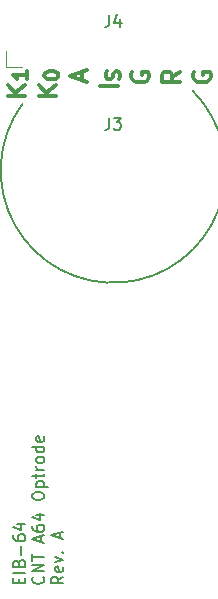
<source format=gbr>
%TF.GenerationSoftware,KiCad,Pcbnew,9.0.3*%
%TF.CreationDate,2025-09-30T16:22:14-04:00*%
%TF.ProjectId,eib-64-cnt-a64,6569622d-3634-42d6-936e-742d6136342e,A*%
%TF.SameCoordinates,Original*%
%TF.FileFunction,Legend,Top*%
%TF.FilePolarity,Positive*%
%FSLAX46Y46*%
G04 Gerber Fmt 4.6, Leading zero omitted, Abs format (unit mm)*
G04 Created by KiCad (PCBNEW 9.0.3) date 2025-09-30 16:22:14*
%MOMM*%
%LPD*%
G01*
G04 APERTURE LIST*
%ADD10C,0.150000*%
%ADD11C,0.300000*%
%ADD12C,0.120000*%
G04 APERTURE END LIST*
D10*
X143732385Y-81267616D02*
G75*
G02*
X129300000Y-82400000I-6732385J-6732384D01*
G01*
D11*
X143849757Y-79707142D02*
X143778328Y-79850000D01*
X143778328Y-79850000D02*
X143778328Y-80064285D01*
X143778328Y-80064285D02*
X143849757Y-80278571D01*
X143849757Y-80278571D02*
X143992614Y-80421428D01*
X143992614Y-80421428D02*
X144135471Y-80492857D01*
X144135471Y-80492857D02*
X144421185Y-80564285D01*
X144421185Y-80564285D02*
X144635471Y-80564285D01*
X144635471Y-80564285D02*
X144921185Y-80492857D01*
X144921185Y-80492857D02*
X145064042Y-80421428D01*
X145064042Y-80421428D02*
X145206900Y-80278571D01*
X145206900Y-80278571D02*
X145278328Y-80064285D01*
X145278328Y-80064285D02*
X145278328Y-79921428D01*
X145278328Y-79921428D02*
X145206900Y-79707142D01*
X145206900Y-79707142D02*
X145135471Y-79635714D01*
X145135471Y-79635714D02*
X144635471Y-79635714D01*
X144635471Y-79635714D02*
X144635471Y-79921428D01*
X138616424Y-79707142D02*
X138544995Y-79850000D01*
X138544995Y-79850000D02*
X138544995Y-80064285D01*
X138544995Y-80064285D02*
X138616424Y-80278571D01*
X138616424Y-80278571D02*
X138759281Y-80421428D01*
X138759281Y-80421428D02*
X138902138Y-80492857D01*
X138902138Y-80492857D02*
X139187852Y-80564285D01*
X139187852Y-80564285D02*
X139402138Y-80564285D01*
X139402138Y-80564285D02*
X139687852Y-80492857D01*
X139687852Y-80492857D02*
X139830709Y-80421428D01*
X139830709Y-80421428D02*
X139973567Y-80278571D01*
X139973567Y-80278571D02*
X140044995Y-80064285D01*
X140044995Y-80064285D02*
X140044995Y-79921428D01*
X140044995Y-79921428D02*
X139973567Y-79707142D01*
X139973567Y-79707142D02*
X139902138Y-79635714D01*
X139902138Y-79635714D02*
X139402138Y-79635714D01*
X139402138Y-79635714D02*
X139402138Y-79921428D01*
X137428328Y-80880000D02*
X135928328Y-80880000D01*
X137536900Y-80294285D02*
X137594042Y-80122857D01*
X137594042Y-80122857D02*
X137594042Y-79837142D01*
X137594042Y-79837142D02*
X137536900Y-79722857D01*
X137536900Y-79722857D02*
X137479757Y-79665714D01*
X137479757Y-79665714D02*
X137365471Y-79608571D01*
X137365471Y-79608571D02*
X137251185Y-79608571D01*
X137251185Y-79608571D02*
X137136900Y-79665714D01*
X137136900Y-79665714D02*
X137079757Y-79722857D01*
X137079757Y-79722857D02*
X137022614Y-79837142D01*
X137022614Y-79837142D02*
X136965471Y-80065714D01*
X136965471Y-80065714D02*
X136908328Y-80179999D01*
X136908328Y-80179999D02*
X136851185Y-80237142D01*
X136851185Y-80237142D02*
X136736900Y-80294285D01*
X136736900Y-80294285D02*
X136622614Y-80294285D01*
X136622614Y-80294285D02*
X136508328Y-80237142D01*
X136508328Y-80237142D02*
X136451185Y-80179999D01*
X136451185Y-80179999D02*
X136394042Y-80065714D01*
X136394042Y-80065714D02*
X136394042Y-79779999D01*
X136394042Y-79779999D02*
X136451185Y-79608571D01*
X142661661Y-79635714D02*
X141947375Y-80135714D01*
X142661661Y-80492857D02*
X141161661Y-80492857D01*
X141161661Y-80492857D02*
X141161661Y-79921428D01*
X141161661Y-79921428D02*
X141233090Y-79778571D01*
X141233090Y-79778571D02*
X141304518Y-79707142D01*
X141304518Y-79707142D02*
X141447375Y-79635714D01*
X141447375Y-79635714D02*
X141661661Y-79635714D01*
X141661661Y-79635714D02*
X141804518Y-79707142D01*
X141804518Y-79707142D02*
X141875947Y-79778571D01*
X141875947Y-79778571D02*
X141947375Y-79921428D01*
X141947375Y-79921428D02*
X141947375Y-80492857D01*
X132194995Y-81665714D02*
X130694995Y-81665714D01*
X132194995Y-80808571D02*
X131337852Y-81451428D01*
X130694995Y-80808571D02*
X131552138Y-81665714D01*
X131160709Y-80008571D02*
X131160709Y-79894285D01*
X131160709Y-79894285D02*
X131217852Y-79779999D01*
X131217852Y-79779999D02*
X131274995Y-79722857D01*
X131274995Y-79722857D02*
X131389281Y-79665714D01*
X131389281Y-79665714D02*
X131617852Y-79608571D01*
X131617852Y-79608571D02*
X131903567Y-79608571D01*
X131903567Y-79608571D02*
X132132138Y-79665714D01*
X132132138Y-79665714D02*
X132246424Y-79722857D01*
X132246424Y-79722857D02*
X132303567Y-79779999D01*
X132303567Y-79779999D02*
X132360709Y-79894285D01*
X132360709Y-79894285D02*
X132360709Y-80008571D01*
X132360709Y-80008571D02*
X132303567Y-80122857D01*
X132303567Y-80122857D02*
X132246424Y-80179999D01*
X132246424Y-80179999D02*
X132132138Y-80237142D01*
X132132138Y-80237142D02*
X131903567Y-80294285D01*
X131903567Y-80294285D02*
X131617852Y-80294285D01*
X131617852Y-80294285D02*
X131389281Y-80237142D01*
X131389281Y-80237142D02*
X131274995Y-80179999D01*
X131274995Y-80179999D02*
X131217852Y-80122857D01*
X131217852Y-80122857D02*
X131160709Y-80008571D01*
D10*
X129021065Y-122963220D02*
X129021065Y-122629887D01*
X129544875Y-122487030D02*
X129544875Y-122963220D01*
X129544875Y-122963220D02*
X128544875Y-122963220D01*
X128544875Y-122963220D02*
X128544875Y-122487030D01*
X129544875Y-122058458D02*
X128544875Y-122058458D01*
X129021065Y-121248935D02*
X129068684Y-121106078D01*
X129068684Y-121106078D02*
X129116303Y-121058459D01*
X129116303Y-121058459D02*
X129211541Y-121010840D01*
X129211541Y-121010840D02*
X129354398Y-121010840D01*
X129354398Y-121010840D02*
X129449636Y-121058459D01*
X129449636Y-121058459D02*
X129497256Y-121106078D01*
X129497256Y-121106078D02*
X129544875Y-121201316D01*
X129544875Y-121201316D02*
X129544875Y-121582268D01*
X129544875Y-121582268D02*
X128544875Y-121582268D01*
X128544875Y-121582268D02*
X128544875Y-121248935D01*
X128544875Y-121248935D02*
X128592494Y-121153697D01*
X128592494Y-121153697D02*
X128640113Y-121106078D01*
X128640113Y-121106078D02*
X128735351Y-121058459D01*
X128735351Y-121058459D02*
X128830589Y-121058459D01*
X128830589Y-121058459D02*
X128925827Y-121106078D01*
X128925827Y-121106078D02*
X128973446Y-121153697D01*
X128973446Y-121153697D02*
X129021065Y-121248935D01*
X129021065Y-121248935D02*
X129021065Y-121582268D01*
X129163922Y-120582268D02*
X129163922Y-119820364D01*
X128544875Y-118915602D02*
X128544875Y-119106078D01*
X128544875Y-119106078D02*
X128592494Y-119201316D01*
X128592494Y-119201316D02*
X128640113Y-119248935D01*
X128640113Y-119248935D02*
X128782970Y-119344173D01*
X128782970Y-119344173D02*
X128973446Y-119391792D01*
X128973446Y-119391792D02*
X129354398Y-119391792D01*
X129354398Y-119391792D02*
X129449636Y-119344173D01*
X129449636Y-119344173D02*
X129497256Y-119296554D01*
X129497256Y-119296554D02*
X129544875Y-119201316D01*
X129544875Y-119201316D02*
X129544875Y-119010840D01*
X129544875Y-119010840D02*
X129497256Y-118915602D01*
X129497256Y-118915602D02*
X129449636Y-118867983D01*
X129449636Y-118867983D02*
X129354398Y-118820364D01*
X129354398Y-118820364D02*
X129116303Y-118820364D01*
X129116303Y-118820364D02*
X129021065Y-118867983D01*
X129021065Y-118867983D02*
X128973446Y-118915602D01*
X128973446Y-118915602D02*
X128925827Y-119010840D01*
X128925827Y-119010840D02*
X128925827Y-119201316D01*
X128925827Y-119201316D02*
X128973446Y-119296554D01*
X128973446Y-119296554D02*
X129021065Y-119344173D01*
X129021065Y-119344173D02*
X129116303Y-119391792D01*
X128878208Y-117963221D02*
X129544875Y-117963221D01*
X128497256Y-118201316D02*
X129211541Y-118439411D01*
X129211541Y-118439411D02*
X129211541Y-117820364D01*
X131059580Y-122391792D02*
X131107200Y-122439411D01*
X131107200Y-122439411D02*
X131154819Y-122582268D01*
X131154819Y-122582268D02*
X131154819Y-122677506D01*
X131154819Y-122677506D02*
X131107200Y-122820363D01*
X131107200Y-122820363D02*
X131011961Y-122915601D01*
X131011961Y-122915601D02*
X130916723Y-122963220D01*
X130916723Y-122963220D02*
X130726247Y-123010839D01*
X130726247Y-123010839D02*
X130583390Y-123010839D01*
X130583390Y-123010839D02*
X130392914Y-122963220D01*
X130392914Y-122963220D02*
X130297676Y-122915601D01*
X130297676Y-122915601D02*
X130202438Y-122820363D01*
X130202438Y-122820363D02*
X130154819Y-122677506D01*
X130154819Y-122677506D02*
X130154819Y-122582268D01*
X130154819Y-122582268D02*
X130202438Y-122439411D01*
X130202438Y-122439411D02*
X130250057Y-122391792D01*
X131154819Y-121963220D02*
X130154819Y-121963220D01*
X130154819Y-121963220D02*
X131154819Y-121391792D01*
X131154819Y-121391792D02*
X130154819Y-121391792D01*
X130154819Y-121058458D02*
X130154819Y-120487030D01*
X131154819Y-120772744D02*
X130154819Y-120772744D01*
X130869104Y-119439410D02*
X130869104Y-118963220D01*
X131154819Y-119534648D02*
X130154819Y-119201315D01*
X130154819Y-119201315D02*
X131154819Y-118867982D01*
X130154819Y-118106077D02*
X130154819Y-118296553D01*
X130154819Y-118296553D02*
X130202438Y-118391791D01*
X130202438Y-118391791D02*
X130250057Y-118439410D01*
X130250057Y-118439410D02*
X130392914Y-118534648D01*
X130392914Y-118534648D02*
X130583390Y-118582267D01*
X130583390Y-118582267D02*
X130964342Y-118582267D01*
X130964342Y-118582267D02*
X131059580Y-118534648D01*
X131059580Y-118534648D02*
X131107200Y-118487029D01*
X131107200Y-118487029D02*
X131154819Y-118391791D01*
X131154819Y-118391791D02*
X131154819Y-118201315D01*
X131154819Y-118201315D02*
X131107200Y-118106077D01*
X131107200Y-118106077D02*
X131059580Y-118058458D01*
X131059580Y-118058458D02*
X130964342Y-118010839D01*
X130964342Y-118010839D02*
X130726247Y-118010839D01*
X130726247Y-118010839D02*
X130631009Y-118058458D01*
X130631009Y-118058458D02*
X130583390Y-118106077D01*
X130583390Y-118106077D02*
X130535771Y-118201315D01*
X130535771Y-118201315D02*
X130535771Y-118391791D01*
X130535771Y-118391791D02*
X130583390Y-118487029D01*
X130583390Y-118487029D02*
X130631009Y-118534648D01*
X130631009Y-118534648D02*
X130726247Y-118582267D01*
X130488152Y-117153696D02*
X131154819Y-117153696D01*
X130107200Y-117391791D02*
X130821485Y-117629886D01*
X130821485Y-117629886D02*
X130821485Y-117010839D01*
X130154819Y-115677505D02*
X130154819Y-115487029D01*
X130154819Y-115487029D02*
X130202438Y-115391791D01*
X130202438Y-115391791D02*
X130297676Y-115296553D01*
X130297676Y-115296553D02*
X130488152Y-115248934D01*
X130488152Y-115248934D02*
X130821485Y-115248934D01*
X130821485Y-115248934D02*
X131011961Y-115296553D01*
X131011961Y-115296553D02*
X131107200Y-115391791D01*
X131107200Y-115391791D02*
X131154819Y-115487029D01*
X131154819Y-115487029D02*
X131154819Y-115677505D01*
X131154819Y-115677505D02*
X131107200Y-115772743D01*
X131107200Y-115772743D02*
X131011961Y-115867981D01*
X131011961Y-115867981D02*
X130821485Y-115915600D01*
X130821485Y-115915600D02*
X130488152Y-115915600D01*
X130488152Y-115915600D02*
X130297676Y-115867981D01*
X130297676Y-115867981D02*
X130202438Y-115772743D01*
X130202438Y-115772743D02*
X130154819Y-115677505D01*
X130488152Y-114820362D02*
X131488152Y-114820362D01*
X130535771Y-114820362D02*
X130488152Y-114725124D01*
X130488152Y-114725124D02*
X130488152Y-114534648D01*
X130488152Y-114534648D02*
X130535771Y-114439410D01*
X130535771Y-114439410D02*
X130583390Y-114391791D01*
X130583390Y-114391791D02*
X130678628Y-114344172D01*
X130678628Y-114344172D02*
X130964342Y-114344172D01*
X130964342Y-114344172D02*
X131059580Y-114391791D01*
X131059580Y-114391791D02*
X131107200Y-114439410D01*
X131107200Y-114439410D02*
X131154819Y-114534648D01*
X131154819Y-114534648D02*
X131154819Y-114725124D01*
X131154819Y-114725124D02*
X131107200Y-114820362D01*
X130488152Y-114058457D02*
X130488152Y-113677505D01*
X130154819Y-113915600D02*
X131011961Y-113915600D01*
X131011961Y-113915600D02*
X131107200Y-113867981D01*
X131107200Y-113867981D02*
X131154819Y-113772743D01*
X131154819Y-113772743D02*
X131154819Y-113677505D01*
X131154819Y-113344171D02*
X130488152Y-113344171D01*
X130678628Y-113344171D02*
X130583390Y-113296552D01*
X130583390Y-113296552D02*
X130535771Y-113248933D01*
X130535771Y-113248933D02*
X130488152Y-113153695D01*
X130488152Y-113153695D02*
X130488152Y-113058457D01*
X131154819Y-112582266D02*
X131107200Y-112677504D01*
X131107200Y-112677504D02*
X131059580Y-112725123D01*
X131059580Y-112725123D02*
X130964342Y-112772742D01*
X130964342Y-112772742D02*
X130678628Y-112772742D01*
X130678628Y-112772742D02*
X130583390Y-112725123D01*
X130583390Y-112725123D02*
X130535771Y-112677504D01*
X130535771Y-112677504D02*
X130488152Y-112582266D01*
X130488152Y-112582266D02*
X130488152Y-112439409D01*
X130488152Y-112439409D02*
X130535771Y-112344171D01*
X130535771Y-112344171D02*
X130583390Y-112296552D01*
X130583390Y-112296552D02*
X130678628Y-112248933D01*
X130678628Y-112248933D02*
X130964342Y-112248933D01*
X130964342Y-112248933D02*
X131059580Y-112296552D01*
X131059580Y-112296552D02*
X131107200Y-112344171D01*
X131107200Y-112344171D02*
X131154819Y-112439409D01*
X131154819Y-112439409D02*
X131154819Y-112582266D01*
X131154819Y-111391790D02*
X130154819Y-111391790D01*
X131107200Y-111391790D02*
X131154819Y-111487028D01*
X131154819Y-111487028D02*
X131154819Y-111677504D01*
X131154819Y-111677504D02*
X131107200Y-111772742D01*
X131107200Y-111772742D02*
X131059580Y-111820361D01*
X131059580Y-111820361D02*
X130964342Y-111867980D01*
X130964342Y-111867980D02*
X130678628Y-111867980D01*
X130678628Y-111867980D02*
X130583390Y-111820361D01*
X130583390Y-111820361D02*
X130535771Y-111772742D01*
X130535771Y-111772742D02*
X130488152Y-111677504D01*
X130488152Y-111677504D02*
X130488152Y-111487028D01*
X130488152Y-111487028D02*
X130535771Y-111391790D01*
X131107200Y-110534647D02*
X131154819Y-110629885D01*
X131154819Y-110629885D02*
X131154819Y-110820361D01*
X131154819Y-110820361D02*
X131107200Y-110915599D01*
X131107200Y-110915599D02*
X131011961Y-110963218D01*
X131011961Y-110963218D02*
X130631009Y-110963218D01*
X130631009Y-110963218D02*
X130535771Y-110915599D01*
X130535771Y-110915599D02*
X130488152Y-110820361D01*
X130488152Y-110820361D02*
X130488152Y-110629885D01*
X130488152Y-110629885D02*
X130535771Y-110534647D01*
X130535771Y-110534647D02*
X130631009Y-110487028D01*
X130631009Y-110487028D02*
X130726247Y-110487028D01*
X130726247Y-110487028D02*
X130821485Y-110963218D01*
X132764763Y-122391792D02*
X132288572Y-122725125D01*
X132764763Y-122963220D02*
X131764763Y-122963220D01*
X131764763Y-122963220D02*
X131764763Y-122582268D01*
X131764763Y-122582268D02*
X131812382Y-122487030D01*
X131812382Y-122487030D02*
X131860001Y-122439411D01*
X131860001Y-122439411D02*
X131955239Y-122391792D01*
X131955239Y-122391792D02*
X132098096Y-122391792D01*
X132098096Y-122391792D02*
X132193334Y-122439411D01*
X132193334Y-122439411D02*
X132240953Y-122487030D01*
X132240953Y-122487030D02*
X132288572Y-122582268D01*
X132288572Y-122582268D02*
X132288572Y-122963220D01*
X132717144Y-121582268D02*
X132764763Y-121677506D01*
X132764763Y-121677506D02*
X132764763Y-121867982D01*
X132764763Y-121867982D02*
X132717144Y-121963220D01*
X132717144Y-121963220D02*
X132621905Y-122010839D01*
X132621905Y-122010839D02*
X132240953Y-122010839D01*
X132240953Y-122010839D02*
X132145715Y-121963220D01*
X132145715Y-121963220D02*
X132098096Y-121867982D01*
X132098096Y-121867982D02*
X132098096Y-121677506D01*
X132098096Y-121677506D02*
X132145715Y-121582268D01*
X132145715Y-121582268D02*
X132240953Y-121534649D01*
X132240953Y-121534649D02*
X132336191Y-121534649D01*
X132336191Y-121534649D02*
X132431429Y-122010839D01*
X132098096Y-121201315D02*
X132764763Y-120963220D01*
X132764763Y-120963220D02*
X132098096Y-120725125D01*
X132669524Y-120344172D02*
X132717144Y-120296553D01*
X132717144Y-120296553D02*
X132764763Y-120344172D01*
X132764763Y-120344172D02*
X132717144Y-120391791D01*
X132717144Y-120391791D02*
X132669524Y-120344172D01*
X132669524Y-120344172D02*
X132764763Y-120344172D01*
X132479048Y-119153696D02*
X132479048Y-118677506D01*
X132764763Y-119248934D02*
X131764763Y-118915601D01*
X131764763Y-118915601D02*
X132764763Y-118582268D01*
D11*
X129578328Y-81665714D02*
X128078328Y-81665714D01*
X129578328Y-80808571D02*
X128721185Y-81451428D01*
X128078328Y-80808571D02*
X128935471Y-81665714D01*
X129744042Y-79608571D02*
X129744042Y-80294285D01*
X129744042Y-79951428D02*
X128544042Y-79951428D01*
X128544042Y-79951428D02*
X128715471Y-80065714D01*
X128715471Y-80065714D02*
X128829757Y-80179999D01*
X128829757Y-80179999D02*
X128886900Y-80294285D01*
X134383090Y-80349999D02*
X134383090Y-79635714D01*
X134811661Y-80492856D02*
X133311661Y-79992856D01*
X133311661Y-79992856D02*
X134811661Y-79492856D01*
D10*
X136666666Y-74854819D02*
X136666666Y-75569104D01*
X136666666Y-75569104D02*
X136619047Y-75711961D01*
X136619047Y-75711961D02*
X136523809Y-75807200D01*
X136523809Y-75807200D02*
X136380952Y-75854819D01*
X136380952Y-75854819D02*
X136285714Y-75854819D01*
X137571428Y-75188152D02*
X137571428Y-75854819D01*
X137333333Y-74807200D02*
X137095238Y-75521485D01*
X137095238Y-75521485D02*
X137714285Y-75521485D01*
X136666666Y-83554819D02*
X136666666Y-84269104D01*
X136666666Y-84269104D02*
X136619047Y-84411961D01*
X136619047Y-84411961D02*
X136523809Y-84507200D01*
X136523809Y-84507200D02*
X136380952Y-84554819D01*
X136380952Y-84554819D02*
X136285714Y-84554819D01*
X137047619Y-83554819D02*
X137666666Y-83554819D01*
X137666666Y-83554819D02*
X137333333Y-83935771D01*
X137333333Y-83935771D02*
X137476190Y-83935771D01*
X137476190Y-83935771D02*
X137571428Y-83983390D01*
X137571428Y-83983390D02*
X137619047Y-84031009D01*
X137619047Y-84031009D02*
X137666666Y-84126247D01*
X137666666Y-84126247D02*
X137666666Y-84364342D01*
X137666666Y-84364342D02*
X137619047Y-84459580D01*
X137619047Y-84459580D02*
X137571428Y-84507200D01*
X137571428Y-84507200D02*
X137476190Y-84554819D01*
X137476190Y-84554819D02*
X137190476Y-84554819D01*
X137190476Y-84554819D02*
X137095238Y-84507200D01*
X137095238Y-84507200D02*
X137047619Y-84459580D01*
D12*
%TO.C,J4*%
X127920000Y-79280000D02*
X127920000Y-77900000D01*
X129300000Y-79280000D02*
X127920000Y-79280000D01*
%TD*%
M02*

</source>
